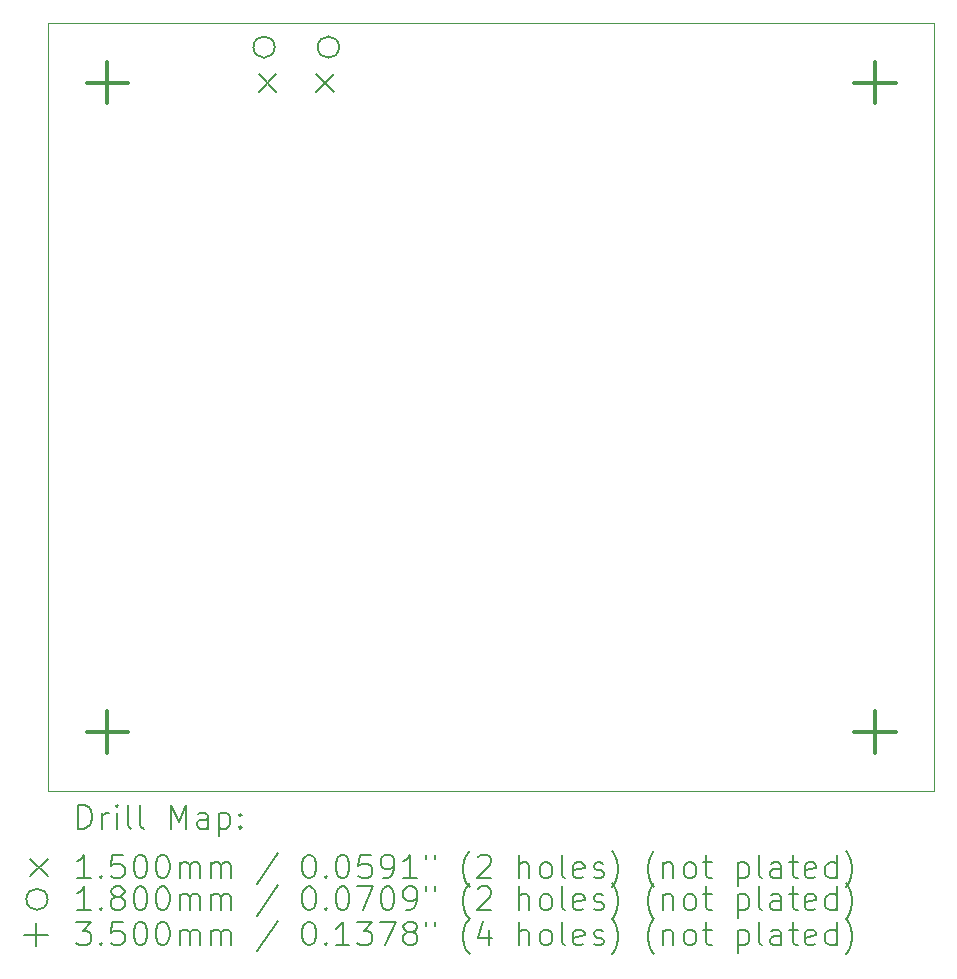
<source format=gbr>
%TF.GenerationSoftware,KiCad,Pcbnew,7.0.8-7.0.8~ubuntu22.04.1*%
%TF.CreationDate,2023-12-12T02:33:41+01:00*%
%TF.ProjectId,kicad,6b696361-642e-46b6-9963-61645f706362,rev?*%
%TF.SameCoordinates,Original*%
%TF.FileFunction,Drillmap*%
%TF.FilePolarity,Positive*%
%FSLAX45Y45*%
G04 Gerber Fmt 4.5, Leading zero omitted, Abs format (unit mm)*
G04 Created by KiCad (PCBNEW 7.0.8-7.0.8~ubuntu22.04.1) date 2023-12-12 02:33:41*
%MOMM*%
%LPD*%
G01*
G04 APERTURE LIST*
%ADD10C,0.100000*%
%ADD11C,0.200000*%
%ADD12C,0.150000*%
%ADD13C,0.180000*%
%ADD14C,0.350000*%
G04 APERTURE END LIST*
D10*
X10000000Y-10800000D02*
X10000000Y-4300000D01*
X10000000Y-4300000D02*
X17500000Y-4300000D01*
X17500000Y-4300000D02*
X17500000Y-10800000D01*
X17500000Y-10800000D02*
X10000000Y-10800000D01*
D11*
D12*
X11782500Y-4728000D02*
X11932500Y-4878000D01*
X11932500Y-4728000D02*
X11782500Y-4878000D01*
X12267500Y-4728000D02*
X12417500Y-4878000D01*
X12417500Y-4728000D02*
X12267500Y-4878000D01*
D13*
X11917500Y-4500000D02*
G75*
G03*
X11917500Y-4500000I-90000J0D01*
G01*
X12462500Y-4500000D02*
G75*
G03*
X12462500Y-4500000I-90000J0D01*
G01*
D14*
X10500000Y-4625000D02*
X10500000Y-4975000D01*
X10325000Y-4800000D02*
X10675000Y-4800000D01*
X10500000Y-10125000D02*
X10500000Y-10475000D01*
X10325000Y-10300000D02*
X10675000Y-10300000D01*
X17000000Y-4625000D02*
X17000000Y-4975000D01*
X16825000Y-4800000D02*
X17175000Y-4800000D01*
X17000000Y-10125000D02*
X17000000Y-10475000D01*
X16825000Y-10300000D02*
X17175000Y-10300000D01*
D11*
X10255777Y-11116484D02*
X10255777Y-10916484D01*
X10255777Y-10916484D02*
X10303396Y-10916484D01*
X10303396Y-10916484D02*
X10331967Y-10926008D01*
X10331967Y-10926008D02*
X10351015Y-10945055D01*
X10351015Y-10945055D02*
X10360539Y-10964103D01*
X10360539Y-10964103D02*
X10370063Y-11002198D01*
X10370063Y-11002198D02*
X10370063Y-11030770D01*
X10370063Y-11030770D02*
X10360539Y-11068865D01*
X10360539Y-11068865D02*
X10351015Y-11087912D01*
X10351015Y-11087912D02*
X10331967Y-11106960D01*
X10331967Y-11106960D02*
X10303396Y-11116484D01*
X10303396Y-11116484D02*
X10255777Y-11116484D01*
X10455777Y-11116484D02*
X10455777Y-10983150D01*
X10455777Y-11021246D02*
X10465301Y-11002198D01*
X10465301Y-11002198D02*
X10474824Y-10992674D01*
X10474824Y-10992674D02*
X10493872Y-10983150D01*
X10493872Y-10983150D02*
X10512920Y-10983150D01*
X10579586Y-11116484D02*
X10579586Y-10983150D01*
X10579586Y-10916484D02*
X10570063Y-10926008D01*
X10570063Y-10926008D02*
X10579586Y-10935531D01*
X10579586Y-10935531D02*
X10589110Y-10926008D01*
X10589110Y-10926008D02*
X10579586Y-10916484D01*
X10579586Y-10916484D02*
X10579586Y-10935531D01*
X10703396Y-11116484D02*
X10684348Y-11106960D01*
X10684348Y-11106960D02*
X10674824Y-11087912D01*
X10674824Y-11087912D02*
X10674824Y-10916484D01*
X10808158Y-11116484D02*
X10789110Y-11106960D01*
X10789110Y-11106960D02*
X10779586Y-11087912D01*
X10779586Y-11087912D02*
X10779586Y-10916484D01*
X11036729Y-11116484D02*
X11036729Y-10916484D01*
X11036729Y-10916484D02*
X11103396Y-11059341D01*
X11103396Y-11059341D02*
X11170063Y-10916484D01*
X11170063Y-10916484D02*
X11170063Y-11116484D01*
X11351015Y-11116484D02*
X11351015Y-11011722D01*
X11351015Y-11011722D02*
X11341491Y-10992674D01*
X11341491Y-10992674D02*
X11322443Y-10983150D01*
X11322443Y-10983150D02*
X11284348Y-10983150D01*
X11284348Y-10983150D02*
X11265301Y-10992674D01*
X11351015Y-11106960D02*
X11331967Y-11116484D01*
X11331967Y-11116484D02*
X11284348Y-11116484D01*
X11284348Y-11116484D02*
X11265301Y-11106960D01*
X11265301Y-11106960D02*
X11255777Y-11087912D01*
X11255777Y-11087912D02*
X11255777Y-11068865D01*
X11255777Y-11068865D02*
X11265301Y-11049817D01*
X11265301Y-11049817D02*
X11284348Y-11040293D01*
X11284348Y-11040293D02*
X11331967Y-11040293D01*
X11331967Y-11040293D02*
X11351015Y-11030770D01*
X11446253Y-10983150D02*
X11446253Y-11183150D01*
X11446253Y-10992674D02*
X11465301Y-10983150D01*
X11465301Y-10983150D02*
X11503396Y-10983150D01*
X11503396Y-10983150D02*
X11522443Y-10992674D01*
X11522443Y-10992674D02*
X11531967Y-11002198D01*
X11531967Y-11002198D02*
X11541491Y-11021246D01*
X11541491Y-11021246D02*
X11541491Y-11078389D01*
X11541491Y-11078389D02*
X11531967Y-11097436D01*
X11531967Y-11097436D02*
X11522443Y-11106960D01*
X11522443Y-11106960D02*
X11503396Y-11116484D01*
X11503396Y-11116484D02*
X11465301Y-11116484D01*
X11465301Y-11116484D02*
X11446253Y-11106960D01*
X11627205Y-11097436D02*
X11636729Y-11106960D01*
X11636729Y-11106960D02*
X11627205Y-11116484D01*
X11627205Y-11116484D02*
X11617682Y-11106960D01*
X11617682Y-11106960D02*
X11627205Y-11097436D01*
X11627205Y-11097436D02*
X11627205Y-11116484D01*
X11627205Y-10992674D02*
X11636729Y-11002198D01*
X11636729Y-11002198D02*
X11627205Y-11011722D01*
X11627205Y-11011722D02*
X11617682Y-11002198D01*
X11617682Y-11002198D02*
X11627205Y-10992674D01*
X11627205Y-10992674D02*
X11627205Y-11011722D01*
D12*
X9845000Y-11370000D02*
X9995000Y-11520000D01*
X9995000Y-11370000D02*
X9845000Y-11520000D01*
D11*
X10360539Y-11536484D02*
X10246253Y-11536484D01*
X10303396Y-11536484D02*
X10303396Y-11336484D01*
X10303396Y-11336484D02*
X10284348Y-11365055D01*
X10284348Y-11365055D02*
X10265301Y-11384103D01*
X10265301Y-11384103D02*
X10246253Y-11393627D01*
X10446253Y-11517436D02*
X10455777Y-11526960D01*
X10455777Y-11526960D02*
X10446253Y-11536484D01*
X10446253Y-11536484D02*
X10436729Y-11526960D01*
X10436729Y-11526960D02*
X10446253Y-11517436D01*
X10446253Y-11517436D02*
X10446253Y-11536484D01*
X10636729Y-11336484D02*
X10541491Y-11336484D01*
X10541491Y-11336484D02*
X10531967Y-11431722D01*
X10531967Y-11431722D02*
X10541491Y-11422198D01*
X10541491Y-11422198D02*
X10560539Y-11412674D01*
X10560539Y-11412674D02*
X10608158Y-11412674D01*
X10608158Y-11412674D02*
X10627205Y-11422198D01*
X10627205Y-11422198D02*
X10636729Y-11431722D01*
X10636729Y-11431722D02*
X10646253Y-11450769D01*
X10646253Y-11450769D02*
X10646253Y-11498388D01*
X10646253Y-11498388D02*
X10636729Y-11517436D01*
X10636729Y-11517436D02*
X10627205Y-11526960D01*
X10627205Y-11526960D02*
X10608158Y-11536484D01*
X10608158Y-11536484D02*
X10560539Y-11536484D01*
X10560539Y-11536484D02*
X10541491Y-11526960D01*
X10541491Y-11526960D02*
X10531967Y-11517436D01*
X10770063Y-11336484D02*
X10789110Y-11336484D01*
X10789110Y-11336484D02*
X10808158Y-11346008D01*
X10808158Y-11346008D02*
X10817682Y-11355531D01*
X10817682Y-11355531D02*
X10827205Y-11374579D01*
X10827205Y-11374579D02*
X10836729Y-11412674D01*
X10836729Y-11412674D02*
X10836729Y-11460293D01*
X10836729Y-11460293D02*
X10827205Y-11498388D01*
X10827205Y-11498388D02*
X10817682Y-11517436D01*
X10817682Y-11517436D02*
X10808158Y-11526960D01*
X10808158Y-11526960D02*
X10789110Y-11536484D01*
X10789110Y-11536484D02*
X10770063Y-11536484D01*
X10770063Y-11536484D02*
X10751015Y-11526960D01*
X10751015Y-11526960D02*
X10741491Y-11517436D01*
X10741491Y-11517436D02*
X10731967Y-11498388D01*
X10731967Y-11498388D02*
X10722444Y-11460293D01*
X10722444Y-11460293D02*
X10722444Y-11412674D01*
X10722444Y-11412674D02*
X10731967Y-11374579D01*
X10731967Y-11374579D02*
X10741491Y-11355531D01*
X10741491Y-11355531D02*
X10751015Y-11346008D01*
X10751015Y-11346008D02*
X10770063Y-11336484D01*
X10960539Y-11336484D02*
X10979586Y-11336484D01*
X10979586Y-11336484D02*
X10998634Y-11346008D01*
X10998634Y-11346008D02*
X11008158Y-11355531D01*
X11008158Y-11355531D02*
X11017682Y-11374579D01*
X11017682Y-11374579D02*
X11027205Y-11412674D01*
X11027205Y-11412674D02*
X11027205Y-11460293D01*
X11027205Y-11460293D02*
X11017682Y-11498388D01*
X11017682Y-11498388D02*
X11008158Y-11517436D01*
X11008158Y-11517436D02*
X10998634Y-11526960D01*
X10998634Y-11526960D02*
X10979586Y-11536484D01*
X10979586Y-11536484D02*
X10960539Y-11536484D01*
X10960539Y-11536484D02*
X10941491Y-11526960D01*
X10941491Y-11526960D02*
X10931967Y-11517436D01*
X10931967Y-11517436D02*
X10922444Y-11498388D01*
X10922444Y-11498388D02*
X10912920Y-11460293D01*
X10912920Y-11460293D02*
X10912920Y-11412674D01*
X10912920Y-11412674D02*
X10922444Y-11374579D01*
X10922444Y-11374579D02*
X10931967Y-11355531D01*
X10931967Y-11355531D02*
X10941491Y-11346008D01*
X10941491Y-11346008D02*
X10960539Y-11336484D01*
X11112920Y-11536484D02*
X11112920Y-11403150D01*
X11112920Y-11422198D02*
X11122444Y-11412674D01*
X11122444Y-11412674D02*
X11141491Y-11403150D01*
X11141491Y-11403150D02*
X11170063Y-11403150D01*
X11170063Y-11403150D02*
X11189110Y-11412674D01*
X11189110Y-11412674D02*
X11198634Y-11431722D01*
X11198634Y-11431722D02*
X11198634Y-11536484D01*
X11198634Y-11431722D02*
X11208158Y-11412674D01*
X11208158Y-11412674D02*
X11227205Y-11403150D01*
X11227205Y-11403150D02*
X11255777Y-11403150D01*
X11255777Y-11403150D02*
X11274824Y-11412674D01*
X11274824Y-11412674D02*
X11284348Y-11431722D01*
X11284348Y-11431722D02*
X11284348Y-11536484D01*
X11379586Y-11536484D02*
X11379586Y-11403150D01*
X11379586Y-11422198D02*
X11389110Y-11412674D01*
X11389110Y-11412674D02*
X11408158Y-11403150D01*
X11408158Y-11403150D02*
X11436729Y-11403150D01*
X11436729Y-11403150D02*
X11455777Y-11412674D01*
X11455777Y-11412674D02*
X11465301Y-11431722D01*
X11465301Y-11431722D02*
X11465301Y-11536484D01*
X11465301Y-11431722D02*
X11474824Y-11412674D01*
X11474824Y-11412674D02*
X11493872Y-11403150D01*
X11493872Y-11403150D02*
X11522443Y-11403150D01*
X11522443Y-11403150D02*
X11541491Y-11412674D01*
X11541491Y-11412674D02*
X11551015Y-11431722D01*
X11551015Y-11431722D02*
X11551015Y-11536484D01*
X11941491Y-11326960D02*
X11770063Y-11584103D01*
X12198634Y-11336484D02*
X12217682Y-11336484D01*
X12217682Y-11336484D02*
X12236729Y-11346008D01*
X12236729Y-11346008D02*
X12246253Y-11355531D01*
X12246253Y-11355531D02*
X12255777Y-11374579D01*
X12255777Y-11374579D02*
X12265301Y-11412674D01*
X12265301Y-11412674D02*
X12265301Y-11460293D01*
X12265301Y-11460293D02*
X12255777Y-11498388D01*
X12255777Y-11498388D02*
X12246253Y-11517436D01*
X12246253Y-11517436D02*
X12236729Y-11526960D01*
X12236729Y-11526960D02*
X12217682Y-11536484D01*
X12217682Y-11536484D02*
X12198634Y-11536484D01*
X12198634Y-11536484D02*
X12179586Y-11526960D01*
X12179586Y-11526960D02*
X12170063Y-11517436D01*
X12170063Y-11517436D02*
X12160539Y-11498388D01*
X12160539Y-11498388D02*
X12151015Y-11460293D01*
X12151015Y-11460293D02*
X12151015Y-11412674D01*
X12151015Y-11412674D02*
X12160539Y-11374579D01*
X12160539Y-11374579D02*
X12170063Y-11355531D01*
X12170063Y-11355531D02*
X12179586Y-11346008D01*
X12179586Y-11346008D02*
X12198634Y-11336484D01*
X12351015Y-11517436D02*
X12360539Y-11526960D01*
X12360539Y-11526960D02*
X12351015Y-11536484D01*
X12351015Y-11536484D02*
X12341491Y-11526960D01*
X12341491Y-11526960D02*
X12351015Y-11517436D01*
X12351015Y-11517436D02*
X12351015Y-11536484D01*
X12484348Y-11336484D02*
X12503396Y-11336484D01*
X12503396Y-11336484D02*
X12522444Y-11346008D01*
X12522444Y-11346008D02*
X12531967Y-11355531D01*
X12531967Y-11355531D02*
X12541491Y-11374579D01*
X12541491Y-11374579D02*
X12551015Y-11412674D01*
X12551015Y-11412674D02*
X12551015Y-11460293D01*
X12551015Y-11460293D02*
X12541491Y-11498388D01*
X12541491Y-11498388D02*
X12531967Y-11517436D01*
X12531967Y-11517436D02*
X12522444Y-11526960D01*
X12522444Y-11526960D02*
X12503396Y-11536484D01*
X12503396Y-11536484D02*
X12484348Y-11536484D01*
X12484348Y-11536484D02*
X12465301Y-11526960D01*
X12465301Y-11526960D02*
X12455777Y-11517436D01*
X12455777Y-11517436D02*
X12446253Y-11498388D01*
X12446253Y-11498388D02*
X12436729Y-11460293D01*
X12436729Y-11460293D02*
X12436729Y-11412674D01*
X12436729Y-11412674D02*
X12446253Y-11374579D01*
X12446253Y-11374579D02*
X12455777Y-11355531D01*
X12455777Y-11355531D02*
X12465301Y-11346008D01*
X12465301Y-11346008D02*
X12484348Y-11336484D01*
X12731967Y-11336484D02*
X12636729Y-11336484D01*
X12636729Y-11336484D02*
X12627206Y-11431722D01*
X12627206Y-11431722D02*
X12636729Y-11422198D01*
X12636729Y-11422198D02*
X12655777Y-11412674D01*
X12655777Y-11412674D02*
X12703396Y-11412674D01*
X12703396Y-11412674D02*
X12722444Y-11422198D01*
X12722444Y-11422198D02*
X12731967Y-11431722D01*
X12731967Y-11431722D02*
X12741491Y-11450769D01*
X12741491Y-11450769D02*
X12741491Y-11498388D01*
X12741491Y-11498388D02*
X12731967Y-11517436D01*
X12731967Y-11517436D02*
X12722444Y-11526960D01*
X12722444Y-11526960D02*
X12703396Y-11536484D01*
X12703396Y-11536484D02*
X12655777Y-11536484D01*
X12655777Y-11536484D02*
X12636729Y-11526960D01*
X12636729Y-11526960D02*
X12627206Y-11517436D01*
X12836729Y-11536484D02*
X12874825Y-11536484D01*
X12874825Y-11536484D02*
X12893872Y-11526960D01*
X12893872Y-11526960D02*
X12903396Y-11517436D01*
X12903396Y-11517436D02*
X12922444Y-11488865D01*
X12922444Y-11488865D02*
X12931967Y-11450769D01*
X12931967Y-11450769D02*
X12931967Y-11374579D01*
X12931967Y-11374579D02*
X12922444Y-11355531D01*
X12922444Y-11355531D02*
X12912920Y-11346008D01*
X12912920Y-11346008D02*
X12893872Y-11336484D01*
X12893872Y-11336484D02*
X12855777Y-11336484D01*
X12855777Y-11336484D02*
X12836729Y-11346008D01*
X12836729Y-11346008D02*
X12827206Y-11355531D01*
X12827206Y-11355531D02*
X12817682Y-11374579D01*
X12817682Y-11374579D02*
X12817682Y-11422198D01*
X12817682Y-11422198D02*
X12827206Y-11441246D01*
X12827206Y-11441246D02*
X12836729Y-11450769D01*
X12836729Y-11450769D02*
X12855777Y-11460293D01*
X12855777Y-11460293D02*
X12893872Y-11460293D01*
X12893872Y-11460293D02*
X12912920Y-11450769D01*
X12912920Y-11450769D02*
X12922444Y-11441246D01*
X12922444Y-11441246D02*
X12931967Y-11422198D01*
X13122444Y-11536484D02*
X13008158Y-11536484D01*
X13065301Y-11536484D02*
X13065301Y-11336484D01*
X13065301Y-11336484D02*
X13046253Y-11365055D01*
X13046253Y-11365055D02*
X13027206Y-11384103D01*
X13027206Y-11384103D02*
X13008158Y-11393627D01*
X13198634Y-11336484D02*
X13198634Y-11374579D01*
X13274825Y-11336484D02*
X13274825Y-11374579D01*
X13570063Y-11612674D02*
X13560539Y-11603150D01*
X13560539Y-11603150D02*
X13541491Y-11574579D01*
X13541491Y-11574579D02*
X13531968Y-11555531D01*
X13531968Y-11555531D02*
X13522444Y-11526960D01*
X13522444Y-11526960D02*
X13512920Y-11479341D01*
X13512920Y-11479341D02*
X13512920Y-11441246D01*
X13512920Y-11441246D02*
X13522444Y-11393627D01*
X13522444Y-11393627D02*
X13531968Y-11365055D01*
X13531968Y-11365055D02*
X13541491Y-11346008D01*
X13541491Y-11346008D02*
X13560539Y-11317436D01*
X13560539Y-11317436D02*
X13570063Y-11307912D01*
X13636729Y-11355531D02*
X13646253Y-11346008D01*
X13646253Y-11346008D02*
X13665301Y-11336484D01*
X13665301Y-11336484D02*
X13712920Y-11336484D01*
X13712920Y-11336484D02*
X13731968Y-11346008D01*
X13731968Y-11346008D02*
X13741491Y-11355531D01*
X13741491Y-11355531D02*
X13751015Y-11374579D01*
X13751015Y-11374579D02*
X13751015Y-11393627D01*
X13751015Y-11393627D02*
X13741491Y-11422198D01*
X13741491Y-11422198D02*
X13627206Y-11536484D01*
X13627206Y-11536484D02*
X13751015Y-11536484D01*
X13989110Y-11536484D02*
X13989110Y-11336484D01*
X14074825Y-11536484D02*
X14074825Y-11431722D01*
X14074825Y-11431722D02*
X14065301Y-11412674D01*
X14065301Y-11412674D02*
X14046253Y-11403150D01*
X14046253Y-11403150D02*
X14017682Y-11403150D01*
X14017682Y-11403150D02*
X13998634Y-11412674D01*
X13998634Y-11412674D02*
X13989110Y-11422198D01*
X14198634Y-11536484D02*
X14179587Y-11526960D01*
X14179587Y-11526960D02*
X14170063Y-11517436D01*
X14170063Y-11517436D02*
X14160539Y-11498388D01*
X14160539Y-11498388D02*
X14160539Y-11441246D01*
X14160539Y-11441246D02*
X14170063Y-11422198D01*
X14170063Y-11422198D02*
X14179587Y-11412674D01*
X14179587Y-11412674D02*
X14198634Y-11403150D01*
X14198634Y-11403150D02*
X14227206Y-11403150D01*
X14227206Y-11403150D02*
X14246253Y-11412674D01*
X14246253Y-11412674D02*
X14255777Y-11422198D01*
X14255777Y-11422198D02*
X14265301Y-11441246D01*
X14265301Y-11441246D02*
X14265301Y-11498388D01*
X14265301Y-11498388D02*
X14255777Y-11517436D01*
X14255777Y-11517436D02*
X14246253Y-11526960D01*
X14246253Y-11526960D02*
X14227206Y-11536484D01*
X14227206Y-11536484D02*
X14198634Y-11536484D01*
X14379587Y-11536484D02*
X14360539Y-11526960D01*
X14360539Y-11526960D02*
X14351015Y-11507912D01*
X14351015Y-11507912D02*
X14351015Y-11336484D01*
X14531968Y-11526960D02*
X14512920Y-11536484D01*
X14512920Y-11536484D02*
X14474825Y-11536484D01*
X14474825Y-11536484D02*
X14455777Y-11526960D01*
X14455777Y-11526960D02*
X14446253Y-11507912D01*
X14446253Y-11507912D02*
X14446253Y-11431722D01*
X14446253Y-11431722D02*
X14455777Y-11412674D01*
X14455777Y-11412674D02*
X14474825Y-11403150D01*
X14474825Y-11403150D02*
X14512920Y-11403150D01*
X14512920Y-11403150D02*
X14531968Y-11412674D01*
X14531968Y-11412674D02*
X14541491Y-11431722D01*
X14541491Y-11431722D02*
X14541491Y-11450769D01*
X14541491Y-11450769D02*
X14446253Y-11469817D01*
X14617682Y-11526960D02*
X14636730Y-11536484D01*
X14636730Y-11536484D02*
X14674825Y-11536484D01*
X14674825Y-11536484D02*
X14693872Y-11526960D01*
X14693872Y-11526960D02*
X14703396Y-11507912D01*
X14703396Y-11507912D02*
X14703396Y-11498388D01*
X14703396Y-11498388D02*
X14693872Y-11479341D01*
X14693872Y-11479341D02*
X14674825Y-11469817D01*
X14674825Y-11469817D02*
X14646253Y-11469817D01*
X14646253Y-11469817D02*
X14627206Y-11460293D01*
X14627206Y-11460293D02*
X14617682Y-11441246D01*
X14617682Y-11441246D02*
X14617682Y-11431722D01*
X14617682Y-11431722D02*
X14627206Y-11412674D01*
X14627206Y-11412674D02*
X14646253Y-11403150D01*
X14646253Y-11403150D02*
X14674825Y-11403150D01*
X14674825Y-11403150D02*
X14693872Y-11412674D01*
X14770063Y-11612674D02*
X14779587Y-11603150D01*
X14779587Y-11603150D02*
X14798634Y-11574579D01*
X14798634Y-11574579D02*
X14808158Y-11555531D01*
X14808158Y-11555531D02*
X14817682Y-11526960D01*
X14817682Y-11526960D02*
X14827206Y-11479341D01*
X14827206Y-11479341D02*
X14827206Y-11441246D01*
X14827206Y-11441246D02*
X14817682Y-11393627D01*
X14817682Y-11393627D02*
X14808158Y-11365055D01*
X14808158Y-11365055D02*
X14798634Y-11346008D01*
X14798634Y-11346008D02*
X14779587Y-11317436D01*
X14779587Y-11317436D02*
X14770063Y-11307912D01*
X15131968Y-11612674D02*
X15122444Y-11603150D01*
X15122444Y-11603150D02*
X15103396Y-11574579D01*
X15103396Y-11574579D02*
X15093872Y-11555531D01*
X15093872Y-11555531D02*
X15084349Y-11526960D01*
X15084349Y-11526960D02*
X15074825Y-11479341D01*
X15074825Y-11479341D02*
X15074825Y-11441246D01*
X15074825Y-11441246D02*
X15084349Y-11393627D01*
X15084349Y-11393627D02*
X15093872Y-11365055D01*
X15093872Y-11365055D02*
X15103396Y-11346008D01*
X15103396Y-11346008D02*
X15122444Y-11317436D01*
X15122444Y-11317436D02*
X15131968Y-11307912D01*
X15208158Y-11403150D02*
X15208158Y-11536484D01*
X15208158Y-11422198D02*
X15217682Y-11412674D01*
X15217682Y-11412674D02*
X15236730Y-11403150D01*
X15236730Y-11403150D02*
X15265301Y-11403150D01*
X15265301Y-11403150D02*
X15284349Y-11412674D01*
X15284349Y-11412674D02*
X15293872Y-11431722D01*
X15293872Y-11431722D02*
X15293872Y-11536484D01*
X15417682Y-11536484D02*
X15398634Y-11526960D01*
X15398634Y-11526960D02*
X15389111Y-11517436D01*
X15389111Y-11517436D02*
X15379587Y-11498388D01*
X15379587Y-11498388D02*
X15379587Y-11441246D01*
X15379587Y-11441246D02*
X15389111Y-11422198D01*
X15389111Y-11422198D02*
X15398634Y-11412674D01*
X15398634Y-11412674D02*
X15417682Y-11403150D01*
X15417682Y-11403150D02*
X15446253Y-11403150D01*
X15446253Y-11403150D02*
X15465301Y-11412674D01*
X15465301Y-11412674D02*
X15474825Y-11422198D01*
X15474825Y-11422198D02*
X15484349Y-11441246D01*
X15484349Y-11441246D02*
X15484349Y-11498388D01*
X15484349Y-11498388D02*
X15474825Y-11517436D01*
X15474825Y-11517436D02*
X15465301Y-11526960D01*
X15465301Y-11526960D02*
X15446253Y-11536484D01*
X15446253Y-11536484D02*
X15417682Y-11536484D01*
X15541492Y-11403150D02*
X15617682Y-11403150D01*
X15570063Y-11336484D02*
X15570063Y-11507912D01*
X15570063Y-11507912D02*
X15579587Y-11526960D01*
X15579587Y-11526960D02*
X15598634Y-11536484D01*
X15598634Y-11536484D02*
X15617682Y-11536484D01*
X15836730Y-11403150D02*
X15836730Y-11603150D01*
X15836730Y-11412674D02*
X15855777Y-11403150D01*
X15855777Y-11403150D02*
X15893873Y-11403150D01*
X15893873Y-11403150D02*
X15912920Y-11412674D01*
X15912920Y-11412674D02*
X15922444Y-11422198D01*
X15922444Y-11422198D02*
X15931968Y-11441246D01*
X15931968Y-11441246D02*
X15931968Y-11498388D01*
X15931968Y-11498388D02*
X15922444Y-11517436D01*
X15922444Y-11517436D02*
X15912920Y-11526960D01*
X15912920Y-11526960D02*
X15893873Y-11536484D01*
X15893873Y-11536484D02*
X15855777Y-11536484D01*
X15855777Y-11536484D02*
X15836730Y-11526960D01*
X16046253Y-11536484D02*
X16027206Y-11526960D01*
X16027206Y-11526960D02*
X16017682Y-11507912D01*
X16017682Y-11507912D02*
X16017682Y-11336484D01*
X16208158Y-11536484D02*
X16208158Y-11431722D01*
X16208158Y-11431722D02*
X16198634Y-11412674D01*
X16198634Y-11412674D02*
X16179587Y-11403150D01*
X16179587Y-11403150D02*
X16141492Y-11403150D01*
X16141492Y-11403150D02*
X16122444Y-11412674D01*
X16208158Y-11526960D02*
X16189111Y-11536484D01*
X16189111Y-11536484D02*
X16141492Y-11536484D01*
X16141492Y-11536484D02*
X16122444Y-11526960D01*
X16122444Y-11526960D02*
X16112920Y-11507912D01*
X16112920Y-11507912D02*
X16112920Y-11488865D01*
X16112920Y-11488865D02*
X16122444Y-11469817D01*
X16122444Y-11469817D02*
X16141492Y-11460293D01*
X16141492Y-11460293D02*
X16189111Y-11460293D01*
X16189111Y-11460293D02*
X16208158Y-11450769D01*
X16274825Y-11403150D02*
X16351015Y-11403150D01*
X16303396Y-11336484D02*
X16303396Y-11507912D01*
X16303396Y-11507912D02*
X16312920Y-11526960D01*
X16312920Y-11526960D02*
X16331968Y-11536484D01*
X16331968Y-11536484D02*
X16351015Y-11536484D01*
X16493873Y-11526960D02*
X16474825Y-11536484D01*
X16474825Y-11536484D02*
X16436730Y-11536484D01*
X16436730Y-11536484D02*
X16417682Y-11526960D01*
X16417682Y-11526960D02*
X16408158Y-11507912D01*
X16408158Y-11507912D02*
X16408158Y-11431722D01*
X16408158Y-11431722D02*
X16417682Y-11412674D01*
X16417682Y-11412674D02*
X16436730Y-11403150D01*
X16436730Y-11403150D02*
X16474825Y-11403150D01*
X16474825Y-11403150D02*
X16493873Y-11412674D01*
X16493873Y-11412674D02*
X16503396Y-11431722D01*
X16503396Y-11431722D02*
X16503396Y-11450769D01*
X16503396Y-11450769D02*
X16408158Y-11469817D01*
X16674825Y-11536484D02*
X16674825Y-11336484D01*
X16674825Y-11526960D02*
X16655777Y-11536484D01*
X16655777Y-11536484D02*
X16617682Y-11536484D01*
X16617682Y-11536484D02*
X16598634Y-11526960D01*
X16598634Y-11526960D02*
X16589111Y-11517436D01*
X16589111Y-11517436D02*
X16579587Y-11498388D01*
X16579587Y-11498388D02*
X16579587Y-11441246D01*
X16579587Y-11441246D02*
X16589111Y-11422198D01*
X16589111Y-11422198D02*
X16598634Y-11412674D01*
X16598634Y-11412674D02*
X16617682Y-11403150D01*
X16617682Y-11403150D02*
X16655777Y-11403150D01*
X16655777Y-11403150D02*
X16674825Y-11412674D01*
X16751015Y-11612674D02*
X16760539Y-11603150D01*
X16760539Y-11603150D02*
X16779587Y-11574579D01*
X16779587Y-11574579D02*
X16789111Y-11555531D01*
X16789111Y-11555531D02*
X16798635Y-11526960D01*
X16798635Y-11526960D02*
X16808158Y-11479341D01*
X16808158Y-11479341D02*
X16808158Y-11441246D01*
X16808158Y-11441246D02*
X16798635Y-11393627D01*
X16798635Y-11393627D02*
X16789111Y-11365055D01*
X16789111Y-11365055D02*
X16779587Y-11346008D01*
X16779587Y-11346008D02*
X16760539Y-11317436D01*
X16760539Y-11317436D02*
X16751015Y-11307912D01*
D13*
X9995000Y-11715000D02*
G75*
G03*
X9995000Y-11715000I-90000J0D01*
G01*
D11*
X10360539Y-11806484D02*
X10246253Y-11806484D01*
X10303396Y-11806484D02*
X10303396Y-11606484D01*
X10303396Y-11606484D02*
X10284348Y-11635055D01*
X10284348Y-11635055D02*
X10265301Y-11654103D01*
X10265301Y-11654103D02*
X10246253Y-11663627D01*
X10446253Y-11787436D02*
X10455777Y-11796960D01*
X10455777Y-11796960D02*
X10446253Y-11806484D01*
X10446253Y-11806484D02*
X10436729Y-11796960D01*
X10436729Y-11796960D02*
X10446253Y-11787436D01*
X10446253Y-11787436D02*
X10446253Y-11806484D01*
X10570063Y-11692198D02*
X10551015Y-11682674D01*
X10551015Y-11682674D02*
X10541491Y-11673150D01*
X10541491Y-11673150D02*
X10531967Y-11654103D01*
X10531967Y-11654103D02*
X10531967Y-11644579D01*
X10531967Y-11644579D02*
X10541491Y-11625531D01*
X10541491Y-11625531D02*
X10551015Y-11616008D01*
X10551015Y-11616008D02*
X10570063Y-11606484D01*
X10570063Y-11606484D02*
X10608158Y-11606484D01*
X10608158Y-11606484D02*
X10627205Y-11616008D01*
X10627205Y-11616008D02*
X10636729Y-11625531D01*
X10636729Y-11625531D02*
X10646253Y-11644579D01*
X10646253Y-11644579D02*
X10646253Y-11654103D01*
X10646253Y-11654103D02*
X10636729Y-11673150D01*
X10636729Y-11673150D02*
X10627205Y-11682674D01*
X10627205Y-11682674D02*
X10608158Y-11692198D01*
X10608158Y-11692198D02*
X10570063Y-11692198D01*
X10570063Y-11692198D02*
X10551015Y-11701722D01*
X10551015Y-11701722D02*
X10541491Y-11711246D01*
X10541491Y-11711246D02*
X10531967Y-11730293D01*
X10531967Y-11730293D02*
X10531967Y-11768388D01*
X10531967Y-11768388D02*
X10541491Y-11787436D01*
X10541491Y-11787436D02*
X10551015Y-11796960D01*
X10551015Y-11796960D02*
X10570063Y-11806484D01*
X10570063Y-11806484D02*
X10608158Y-11806484D01*
X10608158Y-11806484D02*
X10627205Y-11796960D01*
X10627205Y-11796960D02*
X10636729Y-11787436D01*
X10636729Y-11787436D02*
X10646253Y-11768388D01*
X10646253Y-11768388D02*
X10646253Y-11730293D01*
X10646253Y-11730293D02*
X10636729Y-11711246D01*
X10636729Y-11711246D02*
X10627205Y-11701722D01*
X10627205Y-11701722D02*
X10608158Y-11692198D01*
X10770063Y-11606484D02*
X10789110Y-11606484D01*
X10789110Y-11606484D02*
X10808158Y-11616008D01*
X10808158Y-11616008D02*
X10817682Y-11625531D01*
X10817682Y-11625531D02*
X10827205Y-11644579D01*
X10827205Y-11644579D02*
X10836729Y-11682674D01*
X10836729Y-11682674D02*
X10836729Y-11730293D01*
X10836729Y-11730293D02*
X10827205Y-11768388D01*
X10827205Y-11768388D02*
X10817682Y-11787436D01*
X10817682Y-11787436D02*
X10808158Y-11796960D01*
X10808158Y-11796960D02*
X10789110Y-11806484D01*
X10789110Y-11806484D02*
X10770063Y-11806484D01*
X10770063Y-11806484D02*
X10751015Y-11796960D01*
X10751015Y-11796960D02*
X10741491Y-11787436D01*
X10741491Y-11787436D02*
X10731967Y-11768388D01*
X10731967Y-11768388D02*
X10722444Y-11730293D01*
X10722444Y-11730293D02*
X10722444Y-11682674D01*
X10722444Y-11682674D02*
X10731967Y-11644579D01*
X10731967Y-11644579D02*
X10741491Y-11625531D01*
X10741491Y-11625531D02*
X10751015Y-11616008D01*
X10751015Y-11616008D02*
X10770063Y-11606484D01*
X10960539Y-11606484D02*
X10979586Y-11606484D01*
X10979586Y-11606484D02*
X10998634Y-11616008D01*
X10998634Y-11616008D02*
X11008158Y-11625531D01*
X11008158Y-11625531D02*
X11017682Y-11644579D01*
X11017682Y-11644579D02*
X11027205Y-11682674D01*
X11027205Y-11682674D02*
X11027205Y-11730293D01*
X11027205Y-11730293D02*
X11017682Y-11768388D01*
X11017682Y-11768388D02*
X11008158Y-11787436D01*
X11008158Y-11787436D02*
X10998634Y-11796960D01*
X10998634Y-11796960D02*
X10979586Y-11806484D01*
X10979586Y-11806484D02*
X10960539Y-11806484D01*
X10960539Y-11806484D02*
X10941491Y-11796960D01*
X10941491Y-11796960D02*
X10931967Y-11787436D01*
X10931967Y-11787436D02*
X10922444Y-11768388D01*
X10922444Y-11768388D02*
X10912920Y-11730293D01*
X10912920Y-11730293D02*
X10912920Y-11682674D01*
X10912920Y-11682674D02*
X10922444Y-11644579D01*
X10922444Y-11644579D02*
X10931967Y-11625531D01*
X10931967Y-11625531D02*
X10941491Y-11616008D01*
X10941491Y-11616008D02*
X10960539Y-11606484D01*
X11112920Y-11806484D02*
X11112920Y-11673150D01*
X11112920Y-11692198D02*
X11122444Y-11682674D01*
X11122444Y-11682674D02*
X11141491Y-11673150D01*
X11141491Y-11673150D02*
X11170063Y-11673150D01*
X11170063Y-11673150D02*
X11189110Y-11682674D01*
X11189110Y-11682674D02*
X11198634Y-11701722D01*
X11198634Y-11701722D02*
X11198634Y-11806484D01*
X11198634Y-11701722D02*
X11208158Y-11682674D01*
X11208158Y-11682674D02*
X11227205Y-11673150D01*
X11227205Y-11673150D02*
X11255777Y-11673150D01*
X11255777Y-11673150D02*
X11274824Y-11682674D01*
X11274824Y-11682674D02*
X11284348Y-11701722D01*
X11284348Y-11701722D02*
X11284348Y-11806484D01*
X11379586Y-11806484D02*
X11379586Y-11673150D01*
X11379586Y-11692198D02*
X11389110Y-11682674D01*
X11389110Y-11682674D02*
X11408158Y-11673150D01*
X11408158Y-11673150D02*
X11436729Y-11673150D01*
X11436729Y-11673150D02*
X11455777Y-11682674D01*
X11455777Y-11682674D02*
X11465301Y-11701722D01*
X11465301Y-11701722D02*
X11465301Y-11806484D01*
X11465301Y-11701722D02*
X11474824Y-11682674D01*
X11474824Y-11682674D02*
X11493872Y-11673150D01*
X11493872Y-11673150D02*
X11522443Y-11673150D01*
X11522443Y-11673150D02*
X11541491Y-11682674D01*
X11541491Y-11682674D02*
X11551015Y-11701722D01*
X11551015Y-11701722D02*
X11551015Y-11806484D01*
X11941491Y-11596960D02*
X11770063Y-11854103D01*
X12198634Y-11606484D02*
X12217682Y-11606484D01*
X12217682Y-11606484D02*
X12236729Y-11616008D01*
X12236729Y-11616008D02*
X12246253Y-11625531D01*
X12246253Y-11625531D02*
X12255777Y-11644579D01*
X12255777Y-11644579D02*
X12265301Y-11682674D01*
X12265301Y-11682674D02*
X12265301Y-11730293D01*
X12265301Y-11730293D02*
X12255777Y-11768388D01*
X12255777Y-11768388D02*
X12246253Y-11787436D01*
X12246253Y-11787436D02*
X12236729Y-11796960D01*
X12236729Y-11796960D02*
X12217682Y-11806484D01*
X12217682Y-11806484D02*
X12198634Y-11806484D01*
X12198634Y-11806484D02*
X12179586Y-11796960D01*
X12179586Y-11796960D02*
X12170063Y-11787436D01*
X12170063Y-11787436D02*
X12160539Y-11768388D01*
X12160539Y-11768388D02*
X12151015Y-11730293D01*
X12151015Y-11730293D02*
X12151015Y-11682674D01*
X12151015Y-11682674D02*
X12160539Y-11644579D01*
X12160539Y-11644579D02*
X12170063Y-11625531D01*
X12170063Y-11625531D02*
X12179586Y-11616008D01*
X12179586Y-11616008D02*
X12198634Y-11606484D01*
X12351015Y-11787436D02*
X12360539Y-11796960D01*
X12360539Y-11796960D02*
X12351015Y-11806484D01*
X12351015Y-11806484D02*
X12341491Y-11796960D01*
X12341491Y-11796960D02*
X12351015Y-11787436D01*
X12351015Y-11787436D02*
X12351015Y-11806484D01*
X12484348Y-11606484D02*
X12503396Y-11606484D01*
X12503396Y-11606484D02*
X12522444Y-11616008D01*
X12522444Y-11616008D02*
X12531967Y-11625531D01*
X12531967Y-11625531D02*
X12541491Y-11644579D01*
X12541491Y-11644579D02*
X12551015Y-11682674D01*
X12551015Y-11682674D02*
X12551015Y-11730293D01*
X12551015Y-11730293D02*
X12541491Y-11768388D01*
X12541491Y-11768388D02*
X12531967Y-11787436D01*
X12531967Y-11787436D02*
X12522444Y-11796960D01*
X12522444Y-11796960D02*
X12503396Y-11806484D01*
X12503396Y-11806484D02*
X12484348Y-11806484D01*
X12484348Y-11806484D02*
X12465301Y-11796960D01*
X12465301Y-11796960D02*
X12455777Y-11787436D01*
X12455777Y-11787436D02*
X12446253Y-11768388D01*
X12446253Y-11768388D02*
X12436729Y-11730293D01*
X12436729Y-11730293D02*
X12436729Y-11682674D01*
X12436729Y-11682674D02*
X12446253Y-11644579D01*
X12446253Y-11644579D02*
X12455777Y-11625531D01*
X12455777Y-11625531D02*
X12465301Y-11616008D01*
X12465301Y-11616008D02*
X12484348Y-11606484D01*
X12617682Y-11606484D02*
X12751015Y-11606484D01*
X12751015Y-11606484D02*
X12665301Y-11806484D01*
X12865301Y-11606484D02*
X12884348Y-11606484D01*
X12884348Y-11606484D02*
X12903396Y-11616008D01*
X12903396Y-11616008D02*
X12912920Y-11625531D01*
X12912920Y-11625531D02*
X12922444Y-11644579D01*
X12922444Y-11644579D02*
X12931967Y-11682674D01*
X12931967Y-11682674D02*
X12931967Y-11730293D01*
X12931967Y-11730293D02*
X12922444Y-11768388D01*
X12922444Y-11768388D02*
X12912920Y-11787436D01*
X12912920Y-11787436D02*
X12903396Y-11796960D01*
X12903396Y-11796960D02*
X12884348Y-11806484D01*
X12884348Y-11806484D02*
X12865301Y-11806484D01*
X12865301Y-11806484D02*
X12846253Y-11796960D01*
X12846253Y-11796960D02*
X12836729Y-11787436D01*
X12836729Y-11787436D02*
X12827206Y-11768388D01*
X12827206Y-11768388D02*
X12817682Y-11730293D01*
X12817682Y-11730293D02*
X12817682Y-11682674D01*
X12817682Y-11682674D02*
X12827206Y-11644579D01*
X12827206Y-11644579D02*
X12836729Y-11625531D01*
X12836729Y-11625531D02*
X12846253Y-11616008D01*
X12846253Y-11616008D02*
X12865301Y-11606484D01*
X13027206Y-11806484D02*
X13065301Y-11806484D01*
X13065301Y-11806484D02*
X13084348Y-11796960D01*
X13084348Y-11796960D02*
X13093872Y-11787436D01*
X13093872Y-11787436D02*
X13112920Y-11758865D01*
X13112920Y-11758865D02*
X13122444Y-11720769D01*
X13122444Y-11720769D02*
X13122444Y-11644579D01*
X13122444Y-11644579D02*
X13112920Y-11625531D01*
X13112920Y-11625531D02*
X13103396Y-11616008D01*
X13103396Y-11616008D02*
X13084348Y-11606484D01*
X13084348Y-11606484D02*
X13046253Y-11606484D01*
X13046253Y-11606484D02*
X13027206Y-11616008D01*
X13027206Y-11616008D02*
X13017682Y-11625531D01*
X13017682Y-11625531D02*
X13008158Y-11644579D01*
X13008158Y-11644579D02*
X13008158Y-11692198D01*
X13008158Y-11692198D02*
X13017682Y-11711246D01*
X13017682Y-11711246D02*
X13027206Y-11720769D01*
X13027206Y-11720769D02*
X13046253Y-11730293D01*
X13046253Y-11730293D02*
X13084348Y-11730293D01*
X13084348Y-11730293D02*
X13103396Y-11720769D01*
X13103396Y-11720769D02*
X13112920Y-11711246D01*
X13112920Y-11711246D02*
X13122444Y-11692198D01*
X13198634Y-11606484D02*
X13198634Y-11644579D01*
X13274825Y-11606484D02*
X13274825Y-11644579D01*
X13570063Y-11882674D02*
X13560539Y-11873150D01*
X13560539Y-11873150D02*
X13541491Y-11844579D01*
X13541491Y-11844579D02*
X13531968Y-11825531D01*
X13531968Y-11825531D02*
X13522444Y-11796960D01*
X13522444Y-11796960D02*
X13512920Y-11749341D01*
X13512920Y-11749341D02*
X13512920Y-11711246D01*
X13512920Y-11711246D02*
X13522444Y-11663627D01*
X13522444Y-11663627D02*
X13531968Y-11635055D01*
X13531968Y-11635055D02*
X13541491Y-11616008D01*
X13541491Y-11616008D02*
X13560539Y-11587436D01*
X13560539Y-11587436D02*
X13570063Y-11577912D01*
X13636729Y-11625531D02*
X13646253Y-11616008D01*
X13646253Y-11616008D02*
X13665301Y-11606484D01*
X13665301Y-11606484D02*
X13712920Y-11606484D01*
X13712920Y-11606484D02*
X13731968Y-11616008D01*
X13731968Y-11616008D02*
X13741491Y-11625531D01*
X13741491Y-11625531D02*
X13751015Y-11644579D01*
X13751015Y-11644579D02*
X13751015Y-11663627D01*
X13751015Y-11663627D02*
X13741491Y-11692198D01*
X13741491Y-11692198D02*
X13627206Y-11806484D01*
X13627206Y-11806484D02*
X13751015Y-11806484D01*
X13989110Y-11806484D02*
X13989110Y-11606484D01*
X14074825Y-11806484D02*
X14074825Y-11701722D01*
X14074825Y-11701722D02*
X14065301Y-11682674D01*
X14065301Y-11682674D02*
X14046253Y-11673150D01*
X14046253Y-11673150D02*
X14017682Y-11673150D01*
X14017682Y-11673150D02*
X13998634Y-11682674D01*
X13998634Y-11682674D02*
X13989110Y-11692198D01*
X14198634Y-11806484D02*
X14179587Y-11796960D01*
X14179587Y-11796960D02*
X14170063Y-11787436D01*
X14170063Y-11787436D02*
X14160539Y-11768388D01*
X14160539Y-11768388D02*
X14160539Y-11711246D01*
X14160539Y-11711246D02*
X14170063Y-11692198D01*
X14170063Y-11692198D02*
X14179587Y-11682674D01*
X14179587Y-11682674D02*
X14198634Y-11673150D01*
X14198634Y-11673150D02*
X14227206Y-11673150D01*
X14227206Y-11673150D02*
X14246253Y-11682674D01*
X14246253Y-11682674D02*
X14255777Y-11692198D01*
X14255777Y-11692198D02*
X14265301Y-11711246D01*
X14265301Y-11711246D02*
X14265301Y-11768388D01*
X14265301Y-11768388D02*
X14255777Y-11787436D01*
X14255777Y-11787436D02*
X14246253Y-11796960D01*
X14246253Y-11796960D02*
X14227206Y-11806484D01*
X14227206Y-11806484D02*
X14198634Y-11806484D01*
X14379587Y-11806484D02*
X14360539Y-11796960D01*
X14360539Y-11796960D02*
X14351015Y-11777912D01*
X14351015Y-11777912D02*
X14351015Y-11606484D01*
X14531968Y-11796960D02*
X14512920Y-11806484D01*
X14512920Y-11806484D02*
X14474825Y-11806484D01*
X14474825Y-11806484D02*
X14455777Y-11796960D01*
X14455777Y-11796960D02*
X14446253Y-11777912D01*
X14446253Y-11777912D02*
X14446253Y-11701722D01*
X14446253Y-11701722D02*
X14455777Y-11682674D01*
X14455777Y-11682674D02*
X14474825Y-11673150D01*
X14474825Y-11673150D02*
X14512920Y-11673150D01*
X14512920Y-11673150D02*
X14531968Y-11682674D01*
X14531968Y-11682674D02*
X14541491Y-11701722D01*
X14541491Y-11701722D02*
X14541491Y-11720769D01*
X14541491Y-11720769D02*
X14446253Y-11739817D01*
X14617682Y-11796960D02*
X14636730Y-11806484D01*
X14636730Y-11806484D02*
X14674825Y-11806484D01*
X14674825Y-11806484D02*
X14693872Y-11796960D01*
X14693872Y-11796960D02*
X14703396Y-11777912D01*
X14703396Y-11777912D02*
X14703396Y-11768388D01*
X14703396Y-11768388D02*
X14693872Y-11749341D01*
X14693872Y-11749341D02*
X14674825Y-11739817D01*
X14674825Y-11739817D02*
X14646253Y-11739817D01*
X14646253Y-11739817D02*
X14627206Y-11730293D01*
X14627206Y-11730293D02*
X14617682Y-11711246D01*
X14617682Y-11711246D02*
X14617682Y-11701722D01*
X14617682Y-11701722D02*
X14627206Y-11682674D01*
X14627206Y-11682674D02*
X14646253Y-11673150D01*
X14646253Y-11673150D02*
X14674825Y-11673150D01*
X14674825Y-11673150D02*
X14693872Y-11682674D01*
X14770063Y-11882674D02*
X14779587Y-11873150D01*
X14779587Y-11873150D02*
X14798634Y-11844579D01*
X14798634Y-11844579D02*
X14808158Y-11825531D01*
X14808158Y-11825531D02*
X14817682Y-11796960D01*
X14817682Y-11796960D02*
X14827206Y-11749341D01*
X14827206Y-11749341D02*
X14827206Y-11711246D01*
X14827206Y-11711246D02*
X14817682Y-11663627D01*
X14817682Y-11663627D02*
X14808158Y-11635055D01*
X14808158Y-11635055D02*
X14798634Y-11616008D01*
X14798634Y-11616008D02*
X14779587Y-11587436D01*
X14779587Y-11587436D02*
X14770063Y-11577912D01*
X15131968Y-11882674D02*
X15122444Y-11873150D01*
X15122444Y-11873150D02*
X15103396Y-11844579D01*
X15103396Y-11844579D02*
X15093872Y-11825531D01*
X15093872Y-11825531D02*
X15084349Y-11796960D01*
X15084349Y-11796960D02*
X15074825Y-11749341D01*
X15074825Y-11749341D02*
X15074825Y-11711246D01*
X15074825Y-11711246D02*
X15084349Y-11663627D01*
X15084349Y-11663627D02*
X15093872Y-11635055D01*
X15093872Y-11635055D02*
X15103396Y-11616008D01*
X15103396Y-11616008D02*
X15122444Y-11587436D01*
X15122444Y-11587436D02*
X15131968Y-11577912D01*
X15208158Y-11673150D02*
X15208158Y-11806484D01*
X15208158Y-11692198D02*
X15217682Y-11682674D01*
X15217682Y-11682674D02*
X15236730Y-11673150D01*
X15236730Y-11673150D02*
X15265301Y-11673150D01*
X15265301Y-11673150D02*
X15284349Y-11682674D01*
X15284349Y-11682674D02*
X15293872Y-11701722D01*
X15293872Y-11701722D02*
X15293872Y-11806484D01*
X15417682Y-11806484D02*
X15398634Y-11796960D01*
X15398634Y-11796960D02*
X15389111Y-11787436D01*
X15389111Y-11787436D02*
X15379587Y-11768388D01*
X15379587Y-11768388D02*
X15379587Y-11711246D01*
X15379587Y-11711246D02*
X15389111Y-11692198D01*
X15389111Y-11692198D02*
X15398634Y-11682674D01*
X15398634Y-11682674D02*
X15417682Y-11673150D01*
X15417682Y-11673150D02*
X15446253Y-11673150D01*
X15446253Y-11673150D02*
X15465301Y-11682674D01*
X15465301Y-11682674D02*
X15474825Y-11692198D01*
X15474825Y-11692198D02*
X15484349Y-11711246D01*
X15484349Y-11711246D02*
X15484349Y-11768388D01*
X15484349Y-11768388D02*
X15474825Y-11787436D01*
X15474825Y-11787436D02*
X15465301Y-11796960D01*
X15465301Y-11796960D02*
X15446253Y-11806484D01*
X15446253Y-11806484D02*
X15417682Y-11806484D01*
X15541492Y-11673150D02*
X15617682Y-11673150D01*
X15570063Y-11606484D02*
X15570063Y-11777912D01*
X15570063Y-11777912D02*
X15579587Y-11796960D01*
X15579587Y-11796960D02*
X15598634Y-11806484D01*
X15598634Y-11806484D02*
X15617682Y-11806484D01*
X15836730Y-11673150D02*
X15836730Y-11873150D01*
X15836730Y-11682674D02*
X15855777Y-11673150D01*
X15855777Y-11673150D02*
X15893873Y-11673150D01*
X15893873Y-11673150D02*
X15912920Y-11682674D01*
X15912920Y-11682674D02*
X15922444Y-11692198D01*
X15922444Y-11692198D02*
X15931968Y-11711246D01*
X15931968Y-11711246D02*
X15931968Y-11768388D01*
X15931968Y-11768388D02*
X15922444Y-11787436D01*
X15922444Y-11787436D02*
X15912920Y-11796960D01*
X15912920Y-11796960D02*
X15893873Y-11806484D01*
X15893873Y-11806484D02*
X15855777Y-11806484D01*
X15855777Y-11806484D02*
X15836730Y-11796960D01*
X16046253Y-11806484D02*
X16027206Y-11796960D01*
X16027206Y-11796960D02*
X16017682Y-11777912D01*
X16017682Y-11777912D02*
X16017682Y-11606484D01*
X16208158Y-11806484D02*
X16208158Y-11701722D01*
X16208158Y-11701722D02*
X16198634Y-11682674D01*
X16198634Y-11682674D02*
X16179587Y-11673150D01*
X16179587Y-11673150D02*
X16141492Y-11673150D01*
X16141492Y-11673150D02*
X16122444Y-11682674D01*
X16208158Y-11796960D02*
X16189111Y-11806484D01*
X16189111Y-11806484D02*
X16141492Y-11806484D01*
X16141492Y-11806484D02*
X16122444Y-11796960D01*
X16122444Y-11796960D02*
X16112920Y-11777912D01*
X16112920Y-11777912D02*
X16112920Y-11758865D01*
X16112920Y-11758865D02*
X16122444Y-11739817D01*
X16122444Y-11739817D02*
X16141492Y-11730293D01*
X16141492Y-11730293D02*
X16189111Y-11730293D01*
X16189111Y-11730293D02*
X16208158Y-11720769D01*
X16274825Y-11673150D02*
X16351015Y-11673150D01*
X16303396Y-11606484D02*
X16303396Y-11777912D01*
X16303396Y-11777912D02*
X16312920Y-11796960D01*
X16312920Y-11796960D02*
X16331968Y-11806484D01*
X16331968Y-11806484D02*
X16351015Y-11806484D01*
X16493873Y-11796960D02*
X16474825Y-11806484D01*
X16474825Y-11806484D02*
X16436730Y-11806484D01*
X16436730Y-11806484D02*
X16417682Y-11796960D01*
X16417682Y-11796960D02*
X16408158Y-11777912D01*
X16408158Y-11777912D02*
X16408158Y-11701722D01*
X16408158Y-11701722D02*
X16417682Y-11682674D01*
X16417682Y-11682674D02*
X16436730Y-11673150D01*
X16436730Y-11673150D02*
X16474825Y-11673150D01*
X16474825Y-11673150D02*
X16493873Y-11682674D01*
X16493873Y-11682674D02*
X16503396Y-11701722D01*
X16503396Y-11701722D02*
X16503396Y-11720769D01*
X16503396Y-11720769D02*
X16408158Y-11739817D01*
X16674825Y-11806484D02*
X16674825Y-11606484D01*
X16674825Y-11796960D02*
X16655777Y-11806484D01*
X16655777Y-11806484D02*
X16617682Y-11806484D01*
X16617682Y-11806484D02*
X16598634Y-11796960D01*
X16598634Y-11796960D02*
X16589111Y-11787436D01*
X16589111Y-11787436D02*
X16579587Y-11768388D01*
X16579587Y-11768388D02*
X16579587Y-11711246D01*
X16579587Y-11711246D02*
X16589111Y-11692198D01*
X16589111Y-11692198D02*
X16598634Y-11682674D01*
X16598634Y-11682674D02*
X16617682Y-11673150D01*
X16617682Y-11673150D02*
X16655777Y-11673150D01*
X16655777Y-11673150D02*
X16674825Y-11682674D01*
X16751015Y-11882674D02*
X16760539Y-11873150D01*
X16760539Y-11873150D02*
X16779587Y-11844579D01*
X16779587Y-11844579D02*
X16789111Y-11825531D01*
X16789111Y-11825531D02*
X16798635Y-11796960D01*
X16798635Y-11796960D02*
X16808158Y-11749341D01*
X16808158Y-11749341D02*
X16808158Y-11711246D01*
X16808158Y-11711246D02*
X16798635Y-11663627D01*
X16798635Y-11663627D02*
X16789111Y-11635055D01*
X16789111Y-11635055D02*
X16779587Y-11616008D01*
X16779587Y-11616008D02*
X16760539Y-11587436D01*
X16760539Y-11587436D02*
X16751015Y-11577912D01*
X9895000Y-11915000D02*
X9895000Y-12115000D01*
X9795000Y-12015000D02*
X9995000Y-12015000D01*
X10236729Y-11906484D02*
X10360539Y-11906484D01*
X10360539Y-11906484D02*
X10293872Y-11982674D01*
X10293872Y-11982674D02*
X10322444Y-11982674D01*
X10322444Y-11982674D02*
X10341491Y-11992198D01*
X10341491Y-11992198D02*
X10351015Y-12001722D01*
X10351015Y-12001722D02*
X10360539Y-12020769D01*
X10360539Y-12020769D02*
X10360539Y-12068388D01*
X10360539Y-12068388D02*
X10351015Y-12087436D01*
X10351015Y-12087436D02*
X10341491Y-12096960D01*
X10341491Y-12096960D02*
X10322444Y-12106484D01*
X10322444Y-12106484D02*
X10265301Y-12106484D01*
X10265301Y-12106484D02*
X10246253Y-12096960D01*
X10246253Y-12096960D02*
X10236729Y-12087436D01*
X10446253Y-12087436D02*
X10455777Y-12096960D01*
X10455777Y-12096960D02*
X10446253Y-12106484D01*
X10446253Y-12106484D02*
X10436729Y-12096960D01*
X10436729Y-12096960D02*
X10446253Y-12087436D01*
X10446253Y-12087436D02*
X10446253Y-12106484D01*
X10636729Y-11906484D02*
X10541491Y-11906484D01*
X10541491Y-11906484D02*
X10531967Y-12001722D01*
X10531967Y-12001722D02*
X10541491Y-11992198D01*
X10541491Y-11992198D02*
X10560539Y-11982674D01*
X10560539Y-11982674D02*
X10608158Y-11982674D01*
X10608158Y-11982674D02*
X10627205Y-11992198D01*
X10627205Y-11992198D02*
X10636729Y-12001722D01*
X10636729Y-12001722D02*
X10646253Y-12020769D01*
X10646253Y-12020769D02*
X10646253Y-12068388D01*
X10646253Y-12068388D02*
X10636729Y-12087436D01*
X10636729Y-12087436D02*
X10627205Y-12096960D01*
X10627205Y-12096960D02*
X10608158Y-12106484D01*
X10608158Y-12106484D02*
X10560539Y-12106484D01*
X10560539Y-12106484D02*
X10541491Y-12096960D01*
X10541491Y-12096960D02*
X10531967Y-12087436D01*
X10770063Y-11906484D02*
X10789110Y-11906484D01*
X10789110Y-11906484D02*
X10808158Y-11916008D01*
X10808158Y-11916008D02*
X10817682Y-11925531D01*
X10817682Y-11925531D02*
X10827205Y-11944579D01*
X10827205Y-11944579D02*
X10836729Y-11982674D01*
X10836729Y-11982674D02*
X10836729Y-12030293D01*
X10836729Y-12030293D02*
X10827205Y-12068388D01*
X10827205Y-12068388D02*
X10817682Y-12087436D01*
X10817682Y-12087436D02*
X10808158Y-12096960D01*
X10808158Y-12096960D02*
X10789110Y-12106484D01*
X10789110Y-12106484D02*
X10770063Y-12106484D01*
X10770063Y-12106484D02*
X10751015Y-12096960D01*
X10751015Y-12096960D02*
X10741491Y-12087436D01*
X10741491Y-12087436D02*
X10731967Y-12068388D01*
X10731967Y-12068388D02*
X10722444Y-12030293D01*
X10722444Y-12030293D02*
X10722444Y-11982674D01*
X10722444Y-11982674D02*
X10731967Y-11944579D01*
X10731967Y-11944579D02*
X10741491Y-11925531D01*
X10741491Y-11925531D02*
X10751015Y-11916008D01*
X10751015Y-11916008D02*
X10770063Y-11906484D01*
X10960539Y-11906484D02*
X10979586Y-11906484D01*
X10979586Y-11906484D02*
X10998634Y-11916008D01*
X10998634Y-11916008D02*
X11008158Y-11925531D01*
X11008158Y-11925531D02*
X11017682Y-11944579D01*
X11017682Y-11944579D02*
X11027205Y-11982674D01*
X11027205Y-11982674D02*
X11027205Y-12030293D01*
X11027205Y-12030293D02*
X11017682Y-12068388D01*
X11017682Y-12068388D02*
X11008158Y-12087436D01*
X11008158Y-12087436D02*
X10998634Y-12096960D01*
X10998634Y-12096960D02*
X10979586Y-12106484D01*
X10979586Y-12106484D02*
X10960539Y-12106484D01*
X10960539Y-12106484D02*
X10941491Y-12096960D01*
X10941491Y-12096960D02*
X10931967Y-12087436D01*
X10931967Y-12087436D02*
X10922444Y-12068388D01*
X10922444Y-12068388D02*
X10912920Y-12030293D01*
X10912920Y-12030293D02*
X10912920Y-11982674D01*
X10912920Y-11982674D02*
X10922444Y-11944579D01*
X10922444Y-11944579D02*
X10931967Y-11925531D01*
X10931967Y-11925531D02*
X10941491Y-11916008D01*
X10941491Y-11916008D02*
X10960539Y-11906484D01*
X11112920Y-12106484D02*
X11112920Y-11973150D01*
X11112920Y-11992198D02*
X11122444Y-11982674D01*
X11122444Y-11982674D02*
X11141491Y-11973150D01*
X11141491Y-11973150D02*
X11170063Y-11973150D01*
X11170063Y-11973150D02*
X11189110Y-11982674D01*
X11189110Y-11982674D02*
X11198634Y-12001722D01*
X11198634Y-12001722D02*
X11198634Y-12106484D01*
X11198634Y-12001722D02*
X11208158Y-11982674D01*
X11208158Y-11982674D02*
X11227205Y-11973150D01*
X11227205Y-11973150D02*
X11255777Y-11973150D01*
X11255777Y-11973150D02*
X11274824Y-11982674D01*
X11274824Y-11982674D02*
X11284348Y-12001722D01*
X11284348Y-12001722D02*
X11284348Y-12106484D01*
X11379586Y-12106484D02*
X11379586Y-11973150D01*
X11379586Y-11992198D02*
X11389110Y-11982674D01*
X11389110Y-11982674D02*
X11408158Y-11973150D01*
X11408158Y-11973150D02*
X11436729Y-11973150D01*
X11436729Y-11973150D02*
X11455777Y-11982674D01*
X11455777Y-11982674D02*
X11465301Y-12001722D01*
X11465301Y-12001722D02*
X11465301Y-12106484D01*
X11465301Y-12001722D02*
X11474824Y-11982674D01*
X11474824Y-11982674D02*
X11493872Y-11973150D01*
X11493872Y-11973150D02*
X11522443Y-11973150D01*
X11522443Y-11973150D02*
X11541491Y-11982674D01*
X11541491Y-11982674D02*
X11551015Y-12001722D01*
X11551015Y-12001722D02*
X11551015Y-12106484D01*
X11941491Y-11896960D02*
X11770063Y-12154103D01*
X12198634Y-11906484D02*
X12217682Y-11906484D01*
X12217682Y-11906484D02*
X12236729Y-11916008D01*
X12236729Y-11916008D02*
X12246253Y-11925531D01*
X12246253Y-11925531D02*
X12255777Y-11944579D01*
X12255777Y-11944579D02*
X12265301Y-11982674D01*
X12265301Y-11982674D02*
X12265301Y-12030293D01*
X12265301Y-12030293D02*
X12255777Y-12068388D01*
X12255777Y-12068388D02*
X12246253Y-12087436D01*
X12246253Y-12087436D02*
X12236729Y-12096960D01*
X12236729Y-12096960D02*
X12217682Y-12106484D01*
X12217682Y-12106484D02*
X12198634Y-12106484D01*
X12198634Y-12106484D02*
X12179586Y-12096960D01*
X12179586Y-12096960D02*
X12170063Y-12087436D01*
X12170063Y-12087436D02*
X12160539Y-12068388D01*
X12160539Y-12068388D02*
X12151015Y-12030293D01*
X12151015Y-12030293D02*
X12151015Y-11982674D01*
X12151015Y-11982674D02*
X12160539Y-11944579D01*
X12160539Y-11944579D02*
X12170063Y-11925531D01*
X12170063Y-11925531D02*
X12179586Y-11916008D01*
X12179586Y-11916008D02*
X12198634Y-11906484D01*
X12351015Y-12087436D02*
X12360539Y-12096960D01*
X12360539Y-12096960D02*
X12351015Y-12106484D01*
X12351015Y-12106484D02*
X12341491Y-12096960D01*
X12341491Y-12096960D02*
X12351015Y-12087436D01*
X12351015Y-12087436D02*
X12351015Y-12106484D01*
X12551015Y-12106484D02*
X12436729Y-12106484D01*
X12493872Y-12106484D02*
X12493872Y-11906484D01*
X12493872Y-11906484D02*
X12474825Y-11935055D01*
X12474825Y-11935055D02*
X12455777Y-11954103D01*
X12455777Y-11954103D02*
X12436729Y-11963627D01*
X12617682Y-11906484D02*
X12741491Y-11906484D01*
X12741491Y-11906484D02*
X12674825Y-11982674D01*
X12674825Y-11982674D02*
X12703396Y-11982674D01*
X12703396Y-11982674D02*
X12722444Y-11992198D01*
X12722444Y-11992198D02*
X12731967Y-12001722D01*
X12731967Y-12001722D02*
X12741491Y-12020769D01*
X12741491Y-12020769D02*
X12741491Y-12068388D01*
X12741491Y-12068388D02*
X12731967Y-12087436D01*
X12731967Y-12087436D02*
X12722444Y-12096960D01*
X12722444Y-12096960D02*
X12703396Y-12106484D01*
X12703396Y-12106484D02*
X12646253Y-12106484D01*
X12646253Y-12106484D02*
X12627206Y-12096960D01*
X12627206Y-12096960D02*
X12617682Y-12087436D01*
X12808158Y-11906484D02*
X12941491Y-11906484D01*
X12941491Y-11906484D02*
X12855777Y-12106484D01*
X13046253Y-11992198D02*
X13027206Y-11982674D01*
X13027206Y-11982674D02*
X13017682Y-11973150D01*
X13017682Y-11973150D02*
X13008158Y-11954103D01*
X13008158Y-11954103D02*
X13008158Y-11944579D01*
X13008158Y-11944579D02*
X13017682Y-11925531D01*
X13017682Y-11925531D02*
X13027206Y-11916008D01*
X13027206Y-11916008D02*
X13046253Y-11906484D01*
X13046253Y-11906484D02*
X13084348Y-11906484D01*
X13084348Y-11906484D02*
X13103396Y-11916008D01*
X13103396Y-11916008D02*
X13112920Y-11925531D01*
X13112920Y-11925531D02*
X13122444Y-11944579D01*
X13122444Y-11944579D02*
X13122444Y-11954103D01*
X13122444Y-11954103D02*
X13112920Y-11973150D01*
X13112920Y-11973150D02*
X13103396Y-11982674D01*
X13103396Y-11982674D02*
X13084348Y-11992198D01*
X13084348Y-11992198D02*
X13046253Y-11992198D01*
X13046253Y-11992198D02*
X13027206Y-12001722D01*
X13027206Y-12001722D02*
X13017682Y-12011246D01*
X13017682Y-12011246D02*
X13008158Y-12030293D01*
X13008158Y-12030293D02*
X13008158Y-12068388D01*
X13008158Y-12068388D02*
X13017682Y-12087436D01*
X13017682Y-12087436D02*
X13027206Y-12096960D01*
X13027206Y-12096960D02*
X13046253Y-12106484D01*
X13046253Y-12106484D02*
X13084348Y-12106484D01*
X13084348Y-12106484D02*
X13103396Y-12096960D01*
X13103396Y-12096960D02*
X13112920Y-12087436D01*
X13112920Y-12087436D02*
X13122444Y-12068388D01*
X13122444Y-12068388D02*
X13122444Y-12030293D01*
X13122444Y-12030293D02*
X13112920Y-12011246D01*
X13112920Y-12011246D02*
X13103396Y-12001722D01*
X13103396Y-12001722D02*
X13084348Y-11992198D01*
X13198634Y-11906484D02*
X13198634Y-11944579D01*
X13274825Y-11906484D02*
X13274825Y-11944579D01*
X13570063Y-12182674D02*
X13560539Y-12173150D01*
X13560539Y-12173150D02*
X13541491Y-12144579D01*
X13541491Y-12144579D02*
X13531968Y-12125531D01*
X13531968Y-12125531D02*
X13522444Y-12096960D01*
X13522444Y-12096960D02*
X13512920Y-12049341D01*
X13512920Y-12049341D02*
X13512920Y-12011246D01*
X13512920Y-12011246D02*
X13522444Y-11963627D01*
X13522444Y-11963627D02*
X13531968Y-11935055D01*
X13531968Y-11935055D02*
X13541491Y-11916008D01*
X13541491Y-11916008D02*
X13560539Y-11887436D01*
X13560539Y-11887436D02*
X13570063Y-11877912D01*
X13731968Y-11973150D02*
X13731968Y-12106484D01*
X13684348Y-11896960D02*
X13636729Y-12039817D01*
X13636729Y-12039817D02*
X13760539Y-12039817D01*
X13989110Y-12106484D02*
X13989110Y-11906484D01*
X14074825Y-12106484D02*
X14074825Y-12001722D01*
X14074825Y-12001722D02*
X14065301Y-11982674D01*
X14065301Y-11982674D02*
X14046253Y-11973150D01*
X14046253Y-11973150D02*
X14017682Y-11973150D01*
X14017682Y-11973150D02*
X13998634Y-11982674D01*
X13998634Y-11982674D02*
X13989110Y-11992198D01*
X14198634Y-12106484D02*
X14179587Y-12096960D01*
X14179587Y-12096960D02*
X14170063Y-12087436D01*
X14170063Y-12087436D02*
X14160539Y-12068388D01*
X14160539Y-12068388D02*
X14160539Y-12011246D01*
X14160539Y-12011246D02*
X14170063Y-11992198D01*
X14170063Y-11992198D02*
X14179587Y-11982674D01*
X14179587Y-11982674D02*
X14198634Y-11973150D01*
X14198634Y-11973150D02*
X14227206Y-11973150D01*
X14227206Y-11973150D02*
X14246253Y-11982674D01*
X14246253Y-11982674D02*
X14255777Y-11992198D01*
X14255777Y-11992198D02*
X14265301Y-12011246D01*
X14265301Y-12011246D02*
X14265301Y-12068388D01*
X14265301Y-12068388D02*
X14255777Y-12087436D01*
X14255777Y-12087436D02*
X14246253Y-12096960D01*
X14246253Y-12096960D02*
X14227206Y-12106484D01*
X14227206Y-12106484D02*
X14198634Y-12106484D01*
X14379587Y-12106484D02*
X14360539Y-12096960D01*
X14360539Y-12096960D02*
X14351015Y-12077912D01*
X14351015Y-12077912D02*
X14351015Y-11906484D01*
X14531968Y-12096960D02*
X14512920Y-12106484D01*
X14512920Y-12106484D02*
X14474825Y-12106484D01*
X14474825Y-12106484D02*
X14455777Y-12096960D01*
X14455777Y-12096960D02*
X14446253Y-12077912D01*
X14446253Y-12077912D02*
X14446253Y-12001722D01*
X14446253Y-12001722D02*
X14455777Y-11982674D01*
X14455777Y-11982674D02*
X14474825Y-11973150D01*
X14474825Y-11973150D02*
X14512920Y-11973150D01*
X14512920Y-11973150D02*
X14531968Y-11982674D01*
X14531968Y-11982674D02*
X14541491Y-12001722D01*
X14541491Y-12001722D02*
X14541491Y-12020769D01*
X14541491Y-12020769D02*
X14446253Y-12039817D01*
X14617682Y-12096960D02*
X14636730Y-12106484D01*
X14636730Y-12106484D02*
X14674825Y-12106484D01*
X14674825Y-12106484D02*
X14693872Y-12096960D01*
X14693872Y-12096960D02*
X14703396Y-12077912D01*
X14703396Y-12077912D02*
X14703396Y-12068388D01*
X14703396Y-12068388D02*
X14693872Y-12049341D01*
X14693872Y-12049341D02*
X14674825Y-12039817D01*
X14674825Y-12039817D02*
X14646253Y-12039817D01*
X14646253Y-12039817D02*
X14627206Y-12030293D01*
X14627206Y-12030293D02*
X14617682Y-12011246D01*
X14617682Y-12011246D02*
X14617682Y-12001722D01*
X14617682Y-12001722D02*
X14627206Y-11982674D01*
X14627206Y-11982674D02*
X14646253Y-11973150D01*
X14646253Y-11973150D02*
X14674825Y-11973150D01*
X14674825Y-11973150D02*
X14693872Y-11982674D01*
X14770063Y-12182674D02*
X14779587Y-12173150D01*
X14779587Y-12173150D02*
X14798634Y-12144579D01*
X14798634Y-12144579D02*
X14808158Y-12125531D01*
X14808158Y-12125531D02*
X14817682Y-12096960D01*
X14817682Y-12096960D02*
X14827206Y-12049341D01*
X14827206Y-12049341D02*
X14827206Y-12011246D01*
X14827206Y-12011246D02*
X14817682Y-11963627D01*
X14817682Y-11963627D02*
X14808158Y-11935055D01*
X14808158Y-11935055D02*
X14798634Y-11916008D01*
X14798634Y-11916008D02*
X14779587Y-11887436D01*
X14779587Y-11887436D02*
X14770063Y-11877912D01*
X15131968Y-12182674D02*
X15122444Y-12173150D01*
X15122444Y-12173150D02*
X15103396Y-12144579D01*
X15103396Y-12144579D02*
X15093872Y-12125531D01*
X15093872Y-12125531D02*
X15084349Y-12096960D01*
X15084349Y-12096960D02*
X15074825Y-12049341D01*
X15074825Y-12049341D02*
X15074825Y-12011246D01*
X15074825Y-12011246D02*
X15084349Y-11963627D01*
X15084349Y-11963627D02*
X15093872Y-11935055D01*
X15093872Y-11935055D02*
X15103396Y-11916008D01*
X15103396Y-11916008D02*
X15122444Y-11887436D01*
X15122444Y-11887436D02*
X15131968Y-11877912D01*
X15208158Y-11973150D02*
X15208158Y-12106484D01*
X15208158Y-11992198D02*
X15217682Y-11982674D01*
X15217682Y-11982674D02*
X15236730Y-11973150D01*
X15236730Y-11973150D02*
X15265301Y-11973150D01*
X15265301Y-11973150D02*
X15284349Y-11982674D01*
X15284349Y-11982674D02*
X15293872Y-12001722D01*
X15293872Y-12001722D02*
X15293872Y-12106484D01*
X15417682Y-12106484D02*
X15398634Y-12096960D01*
X15398634Y-12096960D02*
X15389111Y-12087436D01*
X15389111Y-12087436D02*
X15379587Y-12068388D01*
X15379587Y-12068388D02*
X15379587Y-12011246D01*
X15379587Y-12011246D02*
X15389111Y-11992198D01*
X15389111Y-11992198D02*
X15398634Y-11982674D01*
X15398634Y-11982674D02*
X15417682Y-11973150D01*
X15417682Y-11973150D02*
X15446253Y-11973150D01*
X15446253Y-11973150D02*
X15465301Y-11982674D01*
X15465301Y-11982674D02*
X15474825Y-11992198D01*
X15474825Y-11992198D02*
X15484349Y-12011246D01*
X15484349Y-12011246D02*
X15484349Y-12068388D01*
X15484349Y-12068388D02*
X15474825Y-12087436D01*
X15474825Y-12087436D02*
X15465301Y-12096960D01*
X15465301Y-12096960D02*
X15446253Y-12106484D01*
X15446253Y-12106484D02*
X15417682Y-12106484D01*
X15541492Y-11973150D02*
X15617682Y-11973150D01*
X15570063Y-11906484D02*
X15570063Y-12077912D01*
X15570063Y-12077912D02*
X15579587Y-12096960D01*
X15579587Y-12096960D02*
X15598634Y-12106484D01*
X15598634Y-12106484D02*
X15617682Y-12106484D01*
X15836730Y-11973150D02*
X15836730Y-12173150D01*
X15836730Y-11982674D02*
X15855777Y-11973150D01*
X15855777Y-11973150D02*
X15893873Y-11973150D01*
X15893873Y-11973150D02*
X15912920Y-11982674D01*
X15912920Y-11982674D02*
X15922444Y-11992198D01*
X15922444Y-11992198D02*
X15931968Y-12011246D01*
X15931968Y-12011246D02*
X15931968Y-12068388D01*
X15931968Y-12068388D02*
X15922444Y-12087436D01*
X15922444Y-12087436D02*
X15912920Y-12096960D01*
X15912920Y-12096960D02*
X15893873Y-12106484D01*
X15893873Y-12106484D02*
X15855777Y-12106484D01*
X15855777Y-12106484D02*
X15836730Y-12096960D01*
X16046253Y-12106484D02*
X16027206Y-12096960D01*
X16027206Y-12096960D02*
X16017682Y-12077912D01*
X16017682Y-12077912D02*
X16017682Y-11906484D01*
X16208158Y-12106484D02*
X16208158Y-12001722D01*
X16208158Y-12001722D02*
X16198634Y-11982674D01*
X16198634Y-11982674D02*
X16179587Y-11973150D01*
X16179587Y-11973150D02*
X16141492Y-11973150D01*
X16141492Y-11973150D02*
X16122444Y-11982674D01*
X16208158Y-12096960D02*
X16189111Y-12106484D01*
X16189111Y-12106484D02*
X16141492Y-12106484D01*
X16141492Y-12106484D02*
X16122444Y-12096960D01*
X16122444Y-12096960D02*
X16112920Y-12077912D01*
X16112920Y-12077912D02*
X16112920Y-12058865D01*
X16112920Y-12058865D02*
X16122444Y-12039817D01*
X16122444Y-12039817D02*
X16141492Y-12030293D01*
X16141492Y-12030293D02*
X16189111Y-12030293D01*
X16189111Y-12030293D02*
X16208158Y-12020769D01*
X16274825Y-11973150D02*
X16351015Y-11973150D01*
X16303396Y-11906484D02*
X16303396Y-12077912D01*
X16303396Y-12077912D02*
X16312920Y-12096960D01*
X16312920Y-12096960D02*
X16331968Y-12106484D01*
X16331968Y-12106484D02*
X16351015Y-12106484D01*
X16493873Y-12096960D02*
X16474825Y-12106484D01*
X16474825Y-12106484D02*
X16436730Y-12106484D01*
X16436730Y-12106484D02*
X16417682Y-12096960D01*
X16417682Y-12096960D02*
X16408158Y-12077912D01*
X16408158Y-12077912D02*
X16408158Y-12001722D01*
X16408158Y-12001722D02*
X16417682Y-11982674D01*
X16417682Y-11982674D02*
X16436730Y-11973150D01*
X16436730Y-11973150D02*
X16474825Y-11973150D01*
X16474825Y-11973150D02*
X16493873Y-11982674D01*
X16493873Y-11982674D02*
X16503396Y-12001722D01*
X16503396Y-12001722D02*
X16503396Y-12020769D01*
X16503396Y-12020769D02*
X16408158Y-12039817D01*
X16674825Y-12106484D02*
X16674825Y-11906484D01*
X16674825Y-12096960D02*
X16655777Y-12106484D01*
X16655777Y-12106484D02*
X16617682Y-12106484D01*
X16617682Y-12106484D02*
X16598634Y-12096960D01*
X16598634Y-12096960D02*
X16589111Y-12087436D01*
X16589111Y-12087436D02*
X16579587Y-12068388D01*
X16579587Y-12068388D02*
X16579587Y-12011246D01*
X16579587Y-12011246D02*
X16589111Y-11992198D01*
X16589111Y-11992198D02*
X16598634Y-11982674D01*
X16598634Y-11982674D02*
X16617682Y-11973150D01*
X16617682Y-11973150D02*
X16655777Y-11973150D01*
X16655777Y-11973150D02*
X16674825Y-11982674D01*
X16751015Y-12182674D02*
X16760539Y-12173150D01*
X16760539Y-12173150D02*
X16779587Y-12144579D01*
X16779587Y-12144579D02*
X16789111Y-12125531D01*
X16789111Y-12125531D02*
X16798635Y-12096960D01*
X16798635Y-12096960D02*
X16808158Y-12049341D01*
X16808158Y-12049341D02*
X16808158Y-12011246D01*
X16808158Y-12011246D02*
X16798635Y-11963627D01*
X16798635Y-11963627D02*
X16789111Y-11935055D01*
X16789111Y-11935055D02*
X16779587Y-11916008D01*
X16779587Y-11916008D02*
X16760539Y-11887436D01*
X16760539Y-11887436D02*
X16751015Y-11877912D01*
M02*

</source>
